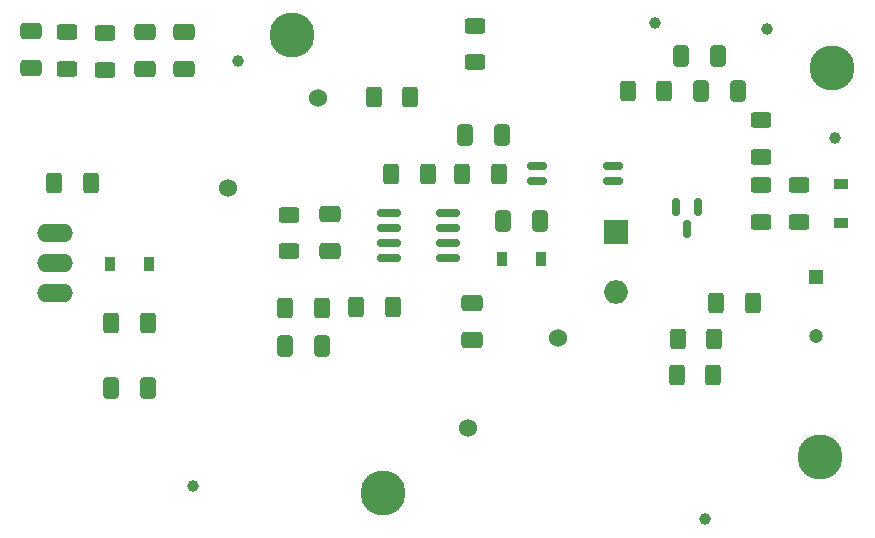
<source format=gbs>
G04 #@! TF.GenerationSoftware,KiCad,Pcbnew,(6.0.11)*
G04 #@! TF.CreationDate,2023-06-13T18:49:00+03:00*
G04 #@! TF.ProjectId,flyback_48V_48W,666c7962-6163-46b5-9f34-38565f343857,rev?*
G04 #@! TF.SameCoordinates,Original*
G04 #@! TF.FileFunction,Soldermask,Bot*
G04 #@! TF.FilePolarity,Negative*
%FSLAX46Y46*%
G04 Gerber Fmt 4.6, Leading zero omitted, Abs format (unit mm)*
G04 Created by KiCad (PCBNEW (6.0.11)) date 2023-06-13 18:49:00*
%MOMM*%
%LPD*%
G01*
G04 APERTURE LIST*
G04 Aperture macros list*
%AMRoundRect*
0 Rectangle with rounded corners*
0 $1 Rounding radius*
0 $2 $3 $4 $5 $6 $7 $8 $9 X,Y pos of 4 corners*
0 Add a 4 corners polygon primitive as box body*
4,1,4,$2,$3,$4,$5,$6,$7,$8,$9,$2,$3,0*
0 Add four circle primitives for the rounded corners*
1,1,$1+$1,$2,$3*
1,1,$1+$1,$4,$5*
1,1,$1+$1,$6,$7*
1,1,$1+$1,$8,$9*
0 Add four rect primitives between the rounded corners*
20,1,$1+$1,$2,$3,$4,$5,0*
20,1,$1+$1,$4,$5,$6,$7,0*
20,1,$1+$1,$6,$7,$8,$9,0*
20,1,$1+$1,$8,$9,$2,$3,0*%
G04 Aperture macros list end*
%ADD10C,3.800000*%
%ADD11O,3.048000X1.524000*%
%ADD12R,2.000000X2.000000*%
%ADD13O,2.000000X2.000000*%
%ADD14R,1.200000X1.200000*%
%ADD15C,1.200000*%
%ADD16C,1.524000*%
%ADD17C,1.000000*%
%ADD18RoundRect,0.250000X-0.625000X0.400000X-0.625000X-0.400000X0.625000X-0.400000X0.625000X0.400000X0*%
%ADD19RoundRect,0.250000X-0.400000X-0.625000X0.400000X-0.625000X0.400000X0.625000X-0.400000X0.625000X0*%
%ADD20RoundRect,0.250000X0.400000X0.625000X-0.400000X0.625000X-0.400000X-0.625000X0.400000X-0.625000X0*%
%ADD21RoundRect,0.250000X0.650000X-0.412500X0.650000X0.412500X-0.650000X0.412500X-0.650000X-0.412500X0*%
%ADD22RoundRect,0.150000X-0.825000X-0.150000X0.825000X-0.150000X0.825000X0.150000X-0.825000X0.150000X0*%
%ADD23RoundRect,0.150000X-0.662500X-0.150000X0.662500X-0.150000X0.662500X0.150000X-0.662500X0.150000X0*%
%ADD24RoundRect,0.250000X-0.650000X0.412500X-0.650000X-0.412500X0.650000X-0.412500X0.650000X0.412500X0*%
%ADD25RoundRect,0.250000X0.412500X0.650000X-0.412500X0.650000X-0.412500X-0.650000X0.412500X-0.650000X0*%
%ADD26RoundRect,0.250000X-0.412500X-0.650000X0.412500X-0.650000X0.412500X0.650000X-0.412500X0.650000X0*%
%ADD27R,0.900000X1.200000*%
%ADD28RoundRect,0.150000X-0.150000X0.587500X-0.150000X-0.587500X0.150000X-0.587500X0.150000X0.587500X0*%
%ADD29RoundRect,0.250000X0.625000X-0.400000X0.625000X0.400000X-0.625000X0.400000X-0.625000X-0.400000X0*%
%ADD30R,1.200000X0.900000*%
G04 APERTURE END LIST*
D10*
X133500000Y-78750000D03*
D11*
X105725000Y-59300000D03*
X105725000Y-56760000D03*
X105725000Y-61840000D03*
D10*
X171500000Y-42750000D03*
D12*
X153189500Y-56710000D03*
D13*
X153189500Y-61790000D03*
D14*
X170180000Y-60500000D03*
D15*
X170180000Y-65500000D03*
D16*
X127950000Y-45330000D03*
X120330000Y-52950000D03*
X140650000Y-73270000D03*
X148270000Y-65650000D03*
D10*
X170500000Y-75750000D03*
D17*
X117400000Y-78200000D03*
X160750000Y-81000000D03*
D10*
X125750000Y-40000000D03*
D17*
X171750000Y-48750000D03*
D18*
X106698000Y-39750000D03*
X106698000Y-42850000D03*
D19*
X110450000Y-64400000D03*
X113550000Y-64400000D03*
D20*
X108750000Y-52500000D03*
X105650000Y-52500000D03*
D21*
X129000000Y-58312500D03*
X129000000Y-55187500D03*
D18*
X109982000Y-39852000D03*
X109982000Y-42952000D03*
D19*
X125200000Y-63100000D03*
X128300000Y-63100000D03*
D22*
X134025000Y-58905000D03*
X134025000Y-57635000D03*
X134025000Y-56365000D03*
X134025000Y-55095000D03*
X138975000Y-55095000D03*
X138975000Y-56365000D03*
X138975000Y-57635000D03*
X138975000Y-58905000D03*
D23*
X146562500Y-52385000D03*
X146562500Y-51115000D03*
X152937500Y-51115000D03*
X152937500Y-52385000D03*
D24*
X141000000Y-62687500D03*
X141000000Y-65812500D03*
D25*
X113562500Y-69900000D03*
X110437500Y-69900000D03*
X161812500Y-41750000D03*
X158687500Y-41750000D03*
D26*
X140437500Y-48500000D03*
X143562500Y-48500000D03*
D20*
X161550000Y-65750000D03*
X158450000Y-65750000D03*
D19*
X158350000Y-68750000D03*
X161450000Y-68750000D03*
D20*
X143300000Y-51750000D03*
X140200000Y-51750000D03*
D27*
X113650000Y-59400000D03*
X110350000Y-59400000D03*
X143600000Y-59000000D03*
X146900000Y-59000000D03*
D25*
X163562500Y-44750000D03*
X160437500Y-44750000D03*
D19*
X131200000Y-63000000D03*
X134300000Y-63000000D03*
D24*
X103726200Y-39635900D03*
X103726200Y-42760900D03*
X113302000Y-39737500D03*
X113302000Y-42862500D03*
D18*
X165500000Y-52700000D03*
X165500000Y-55800000D03*
D20*
X137300000Y-51750000D03*
X134200000Y-51750000D03*
D28*
X158300000Y-54562500D03*
X160200000Y-54562500D03*
X159250000Y-56437500D03*
D18*
X141250000Y-39200000D03*
X141250000Y-42300000D03*
D29*
X165500000Y-50300000D03*
X165500000Y-47200000D03*
D17*
X166000000Y-39500000D03*
D20*
X135800000Y-45250000D03*
X132700000Y-45250000D03*
D30*
X172250000Y-52600000D03*
X172250000Y-55900000D03*
D26*
X125187500Y-66350000D03*
X128312500Y-66350000D03*
D20*
X157300000Y-44750000D03*
X154200000Y-44750000D03*
D17*
X156500000Y-39000000D03*
D26*
X143687500Y-55750000D03*
X146812500Y-55750000D03*
D17*
X121200000Y-42200000D03*
D29*
X125500000Y-58300000D03*
X125500000Y-55200000D03*
X168750000Y-55800000D03*
X168750000Y-52700000D03*
D20*
X164800000Y-62650000D03*
X161700000Y-62650000D03*
D24*
X116604000Y-39737500D03*
X116604000Y-42862500D03*
M02*

</source>
